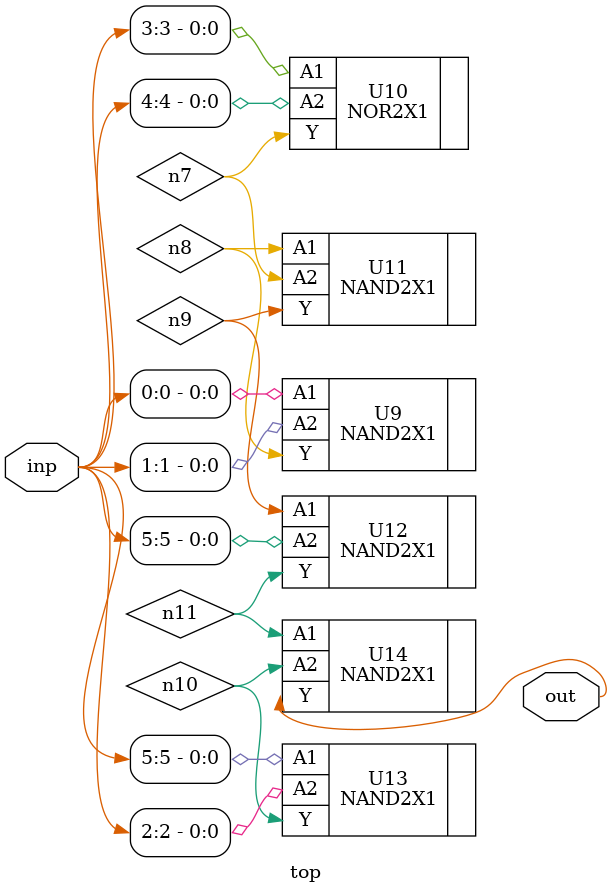
<source format=sv>


module top ( inp, out );
  input [5:0] inp;
  output out;
  wire   n7, n8, n9, n10, n11;

  NAND2X1 U9 ( .A1(inp[0]), .A2(inp[1]), .Y(n8) );
  NOR2X1 U10 ( .A1(inp[3]), .A2(inp[4]), .Y(n7) );
  NAND2X1 U11 ( .A1(n8), .A2(n7), .Y(n9) );
  NAND2X1 U12 ( .A1(n9), .A2(inp[5]), .Y(n11) );
  NAND2X1 U13 ( .A1(inp[5]), .A2(inp[2]), .Y(n10) );
  NAND2X1 U14 ( .A1(n11), .A2(n10), .Y(out) );
endmodule


</source>
